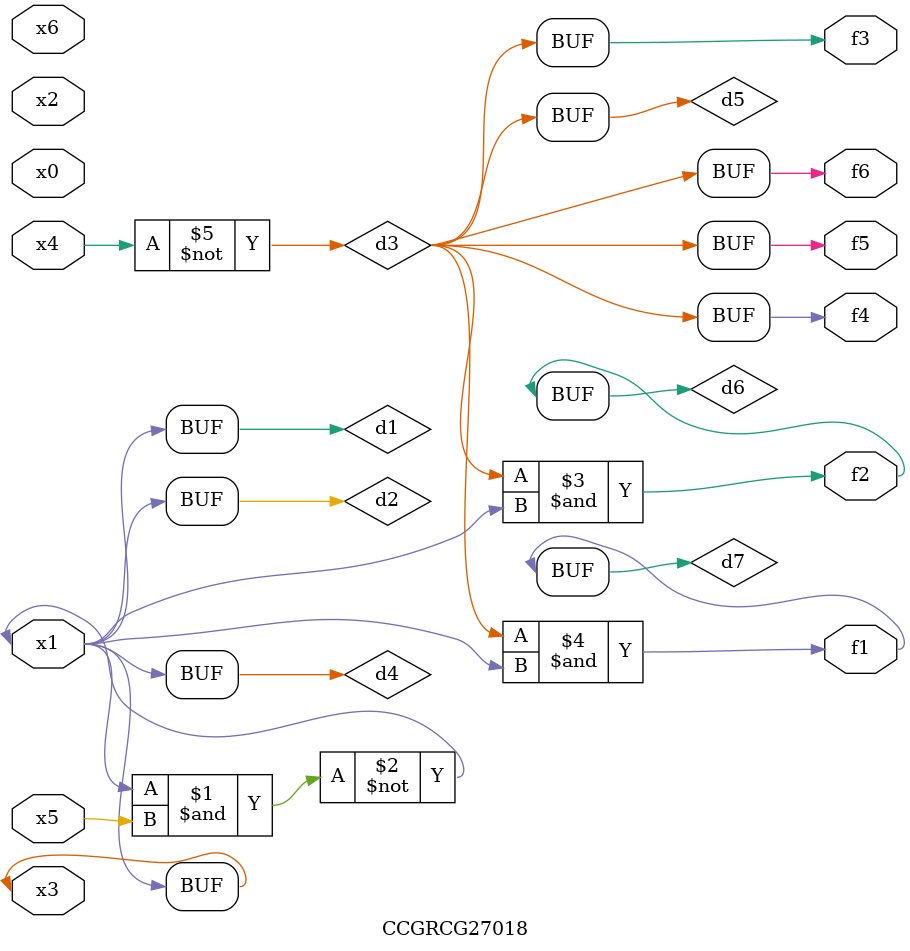
<source format=v>
module CCGRCG27018(
	input x0, x1, x2, x3, x4, x5, x6,
	output f1, f2, f3, f4, f5, f6
);

	wire d1, d2, d3, d4, d5, d6, d7;

	buf (d1, x1, x3);
	nand (d2, x1, x5);
	not (d3, x4);
	buf (d4, d1, d2);
	buf (d5, d3);
	and (d6, d3, d4);
	and (d7, d3, d4);
	assign f1 = d7;
	assign f2 = d6;
	assign f3 = d5;
	assign f4 = d5;
	assign f5 = d5;
	assign f6 = d5;
endmodule

</source>
